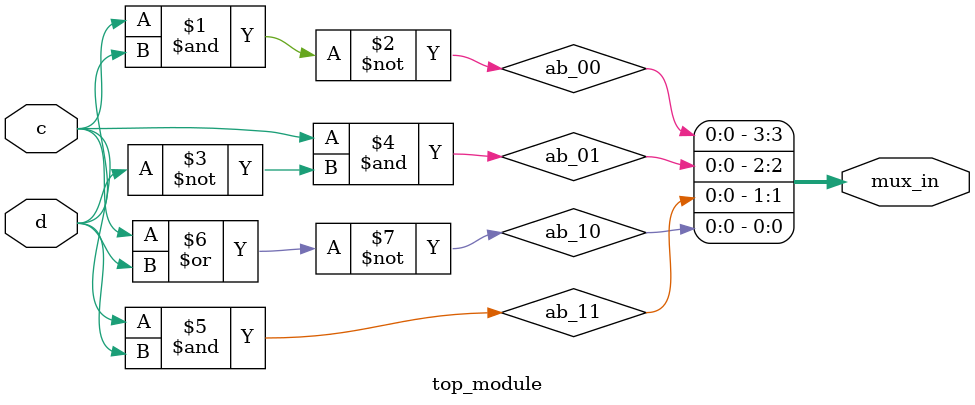
<source format=sv>
module top_module (
	input c,
	input d,
	output [3:0] mux_in
);
	wire ab_00, ab_01, ab_11, ab_10;
	
	assign ab_00 = ~(c & d);
	assign ab_01 = c & ~d;
	assign ab_11 = c & d;
	assign ab_10 = ~(c | d);
	
	assign mux_in[3] = ab_00;
	assign mux_in[2] = ab_01;
	assign mux_in[1] = ab_11;
	assign mux_in[0] = ab_10;
endmodule

</source>
